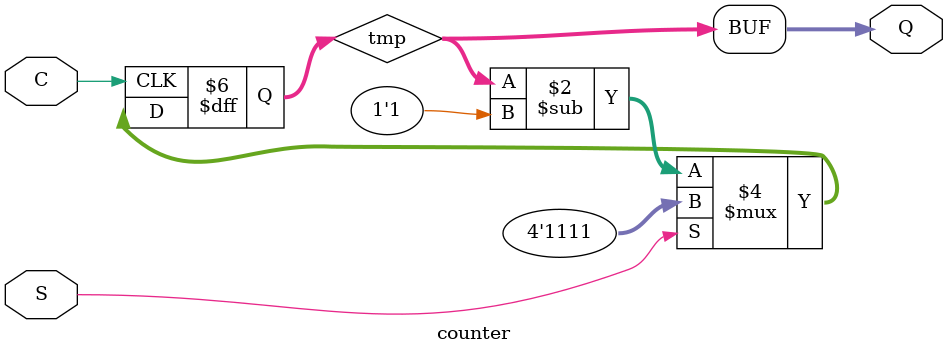
<source format=v>
`timescale 1ns / 1ps
module counter(C, S, Q);
input C, S;
output [3:0] Q;
reg [3:0] tmp;
always @(posedge C)
begin
if (S)
tmp = 4'b1111;
else
tmp = tmp - 1'b1;
end
assign Q = tmp;
endmodule

</source>
